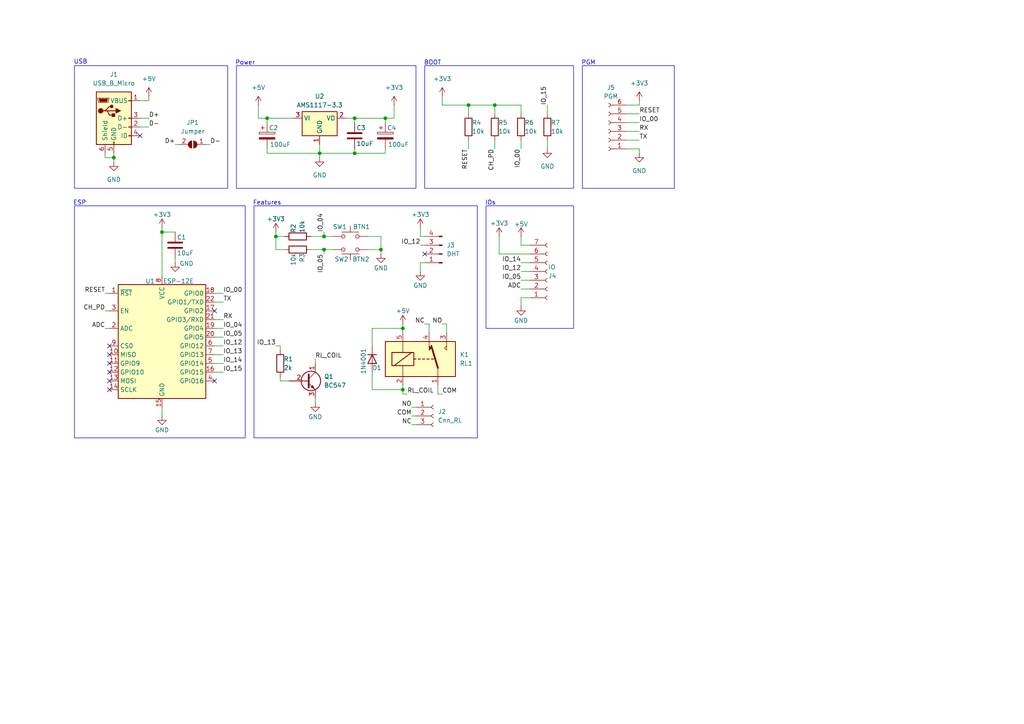
<source format=kicad_sch>
(kicad_sch (version 20231120) (generator "eeschema") (generator_version "8.0")
  (paper "A4")
  (lib_symbols
    (symbol "Connector:Conn_01x03_Socket" (pin_names (offset 1.016) hide)
      (property "Reference" "J" (at 0 5.08 0))
      (property "Value" "Conn_01x03_Socket" (at 0 -5.08 0))
      (symbol "Conn_01x03_Socket_1_1"
        (arc (start 0 -2.032) (mid -0.5058 -2.54) (end 0 -3.048) (stroke (width 0.1524)))
        (polyline (pts (xy -1.27 -2.54) (xy -0.508 -2.54)) (stroke (width 0.1524)))
        (polyline (pts (xy -1.27 0) (xy -0.508 0)) (stroke (width 0.1524)))
        (polyline (pts (xy -1.27 2.54) (xy -0.508 2.54)) (stroke (width 0.1524)))
        (arc (start 0 0.508) (mid -0.5058 0) (end 0 -0.508) (stroke (width 0.1524)))
        (arc (start 0 3.048) (mid -0.5058 2.54) (end 0 2.032) (stroke (width 0.1524)))
        (pin passive line (at -5.08 2.54 0) (length 3.81) (name "Pin_1") (number "1"))
        (pin passive line (at -5.08 0 0) (length 3.81) (name "Pin_2") (number "2"))
        (pin passive line (at -5.08 -2.54 0) (length 3.81) (name "Pin_3") (number "3"))
      )
    )
    (symbol "Connector:Conn_01x04_Pin" (pin_names (offset 1.016) hide)
      (property "Reference" "J" (at 0 5.08 0))
      (property "Value" "Conn_01x04_Pin" (at 0 -7.62 0))
      (symbol "Conn_01x04_Pin_1_1"
        (polyline (pts (xy 1.27 -5.08) (xy 0.8636 -5.08)) (stroke (width 0.1524)))
        (polyline (pts (xy 1.27 -2.54) (xy 0.8636 -2.54)) (stroke (width 0.1524)))
        (polyline (pts (xy 1.27 0) (xy 0.8636 0)) (stroke (width 0.1524)))
        (polyline (pts (xy 1.27 2.54) (xy 0.8636 2.54)) (stroke (width 0.1524)))
        (rectangle (start 0.8636 -4.953) (end 0 -5.207) (stroke (width 0.1524)) (fill (type outline)))
        (rectangle (start 0.8636 -2.413) (end 0 -2.667) (stroke (width 0.1524)) (fill (type outline)))
        (rectangle (start 0.8636 0.127) (end 0 -0.127) (stroke (width 0.1524)) (fill (type outline)))
        (rectangle (start 0.8636 2.667) (end 0 2.413) (stroke (width 0.1524)) (fill (type outline)))
        (pin passive line (at 5.08 2.54 180) (length 3.81) (name "Pin_1") (number "1"))
        (pin passive line (at 5.08 0 180) (length 3.81) (name "Pin_2") (number "2"))
        (pin passive line (at 5.08 -2.54 180) (length 3.81) (name "Pin_3") (number "3"))
        (pin passive line (at 5.08 -5.08 180) (length 3.81) (name "Pin_4") (number "4"))
      )
    )
    (symbol "Connector:Conn_01x06_Socket" (pin_names (offset 1.016) hide)
      (property "Reference" "J" (at 0 7.62 0))
      (property "Value" "Conn_01x06_Socket" (at 0 -10.16 0))
      (symbol "Conn_01x06_Socket_1_1"
        (arc (start 0 -7.112) (mid -0.5058 -7.62) (end 0 -8.128) (stroke (width 0.1524)))
        (arc (start 0 -4.572) (mid -0.5058 -5.08) (end 0 -5.588) (stroke (width 0.1524)))
        (arc (start 0 -2.032) (mid -0.5058 -2.54) (end 0 -3.048) (stroke (width 0.1524)))
        (polyline (pts (xy -1.27 -7.62) (xy -0.508 -7.62)) (stroke (width 0.1524)))
        (polyline (pts (xy -1.27 -5.08) (xy -0.508 -5.08)) (stroke (width 0.1524)))
        (polyline (pts (xy -1.27 -2.54) (xy -0.508 -2.54)) (stroke (width 0.1524)))
        (polyline (pts (xy -1.27 0) (xy -0.508 0)) (stroke (width 0.1524)))
        (polyline (pts (xy -1.27 2.54) (xy -0.508 2.54)) (stroke (width 0.1524)))
        (polyline (pts (xy -1.27 5.08) (xy -0.508 5.08)) (stroke (width 0.1524)))
        (arc (start 0 0.508) (mid -0.5058 0) (end 0 -0.508) (stroke (width 0.1524)))
        (arc (start 0 3.048) (mid -0.5058 2.54) (end 0 2.032) (stroke (width 0.1524)))
        (arc (start 0 5.588) (mid -0.5058 5.08) (end 0 4.572) (stroke (width 0.1524)))
        (pin passive line (at -5.08 5.08 0) (length 3.81) (name "Pin_1") (number "1"))
        (pin passive line (at -5.08 2.54 0) (length 3.81) (name "Pin_2") (number "2"))
        (pin passive line (at -5.08 0 0) (length 3.81) (name "Pin_3") (number "3"))
        (pin passive line (at -5.08 -2.54 0) (length 3.81) (name "Pin_4") (number "4"))
        (pin passive line (at -5.08 -5.08 0) (length 3.81) (name "Pin_5") (number "5"))
        (pin passive line (at -5.08 -7.62 0) (length 3.81) (name "Pin_6") (number "6"))
      )
    )
    (symbol "Connector:Conn_01x07_Socket" (pin_names (offset 1.016) hide)
      (property "Reference" "J" (at 0 10.16 0))
      (property "Value" "Conn_01x07_Socket" (at 0 -10.16 0))
      (symbol "Conn_01x07_Socket_1_1"
        (arc (start 0 -7.112) (mid -0.5058 -7.62) (end 0 -8.128) (stroke (width 0.1524)))
        (arc (start 0 -4.572) (mid -0.5058 -5.08) (end 0 -5.588) (stroke (width 0.1524)))
        (arc (start 0 -2.032) (mid -0.5058 -2.54) (end 0 -3.048) (stroke (width 0.1524)))
        (polyline (pts (xy -1.27 -7.62) (xy -0.508 -7.62)) (stroke (width 0.1524)))
        (polyline (pts (xy -1.27 -5.08) (xy -0.508 -5.08)) (stroke (width 0.1524)))
        (polyline (pts (xy -1.27 -2.54) (xy -0.508 -2.54)) (stroke (width 0.1524)))
        (polyline (pts (xy -1.27 0) (xy -0.508 0)) (stroke (width 0.1524)))
        (polyline (pts (xy -1.27 2.54) (xy -0.508 2.54)) (stroke (width 0.1524)))
        (polyline (pts (xy -1.27 5.08) (xy -0.508 5.08)) (stroke (width 0.1524)))
        (polyline (pts (xy -1.27 7.62) (xy -0.508 7.62)) (stroke (width 0.1524)))
        (arc (start 0 0.508) (mid -0.5058 0) (end 0 -0.508) (stroke (width 0.1524)))
        (arc (start 0 3.048) (mid -0.5058 2.54) (end 0 2.032) (stroke (width 0.1524)))
        (arc (start 0 5.588) (mid -0.5058 5.08) (end 0 4.572) (stroke (width 0.1524)))
        (arc (start 0 8.128) (mid -0.5058 7.62) (end 0 7.112) (stroke (width 0.1524)))
        (pin passive line (at -5.08 7.62 0) (length 3.81) (name "Pin_1") (number "1"))
        (pin passive line (at -5.08 5.08 0) (length 3.81) (name "Pin_2") (number "2"))
        (pin passive line (at -5.08 2.54 0) (length 3.81) (name "Pin_3") (number "3"))
        (pin passive line (at -5.08 0 0) (length 3.81) (name "Pin_4") (number "4"))
        (pin passive line (at -5.08 -2.54 0) (length 3.81) (name "Pin_5") (number "5"))
        (pin passive line (at -5.08 -5.08 0) (length 3.81) (name "Pin_6") (number "6"))
        (pin passive line (at -5.08 -7.62 0) (length 3.81) (name "Pin_7") (number "7"))
      )
    )
    (symbol "Connector:USB_B_Micro" (pin_names (offset 1.016))
      (property "Reference" "J" (at -5.08 11.43 0))
      (property "Value" "USB_B_Micro" (at -5.08 8.89 0))
      (symbol "USB_B_Micro_0_1"
        (rectangle (start -5.08 -7.62) (end 5.08 7.62) (stroke (width 0.254)) (fill (type background)))
        (circle (center -3.81 2.159) (radius 0.635) (stroke (width 0.254)) (fill (type outline)))
        (circle (center -0.635 3.429) (radius 0.381) (stroke (width 0.254)) (fill (type outline)))
        (rectangle (start -0.127 -7.62) (end 0.127 -6.858))
        (polyline (pts (xy -1.905 2.159) (xy 0.635 2.159)) (stroke (width 0.254)))
        (polyline (pts (xy -3.175 2.159) (xy -2.54 2.159) (xy -1.27 3.429) (xy -0.635 3.429)) (stroke (width 0.254)))
        (polyline (pts (xy -2.54 2.159) (xy -1.905 2.159) (xy -1.27 0.889) (xy 0 0.889)) (stroke (width 0.254)))
        (polyline (pts (xy 0.635 2.794) (xy 0.635 1.524) (xy 1.905 2.159) (xy 0.635 2.794)) (stroke (width 0.254)) (fill (type outline)))
        (polyline (pts (xy -4.318 5.588) (xy -1.778 5.588) (xy -2.032 4.826) (xy -4.064 4.826) (xy -4.318 5.588)) (fill (type outline)))
        (polyline (pts (xy -4.699 5.842) (xy -4.699 5.588) (xy -4.445 4.826) (xy -4.445 4.572) (xy -1.651 4.572) (xy -1.651 4.826) (xy -1.397 5.588) (xy -1.397 5.842) (xy -4.699 5.842)))
        (rectangle (start 0.254 1.27) (end -0.508 0.508) (stroke (width 0.254)) (fill (type outline)))
        (rectangle (start 5.08 -5.207) (end 4.318 -4.953))
        (rectangle (start 5.08 -2.667) (end 4.318 -2.413))
        (rectangle (start 5.08 -0.127) (end 4.318 0.127))
        (rectangle (start 5.08 4.953) (end 4.318 5.207))
      )
      (symbol "USB_B_Micro_1_1"
        (pin power_out line (at 7.62 5.08 180) (length 2.54) (name "VBUS") (number "1"))
        (pin bidirectional line (at 7.62 -2.54 180) (length 2.54) (name "D-") (number "2"))
        (pin bidirectional line (at 7.62 0 180) (length 2.54) (name "D+") (number "3"))
        (pin passive line (at 7.62 -5.08 180) (length 2.54) (name "ID") (number "4"))
        (pin power_out line (at 0 -10.16 90) (length 2.54) (name "GND") (number "5"))
        (pin passive line (at -2.54 -10.16 90) (length 2.54) (name "Shield") (number "6"))
      )
    )
    (symbol "Device:C" (pin_numbers hide) (pin_names (offset 0.254))
      (property "Reference" "C" (at 0.635 2.54 0))
      (property "Value" "C" (at 0.635 -2.54 0))
      (symbol "C_0_1"
        (polyline (pts (xy -2.032 -0.762) (xy 2.032 -0.762)) (stroke (width 0.508)))
        (polyline (pts (xy -2.032 0.762) (xy 2.032 0.762)) (stroke (width 0.508)))
      )
      (symbol "C_1_1"
        (pin passive line (at 0 3.81 270) (length 2.794) (name "~") (number "1"))
        (pin passive line (at 0 -3.81 90) (length 2.794) (name "~") (number "2"))
      )
    )
    (symbol "Device:C_Polarized" (pin_numbers hide) (pin_names (offset 0.254))
      (property "Reference" "C" (at 0.635 2.54 0))
      (property "Value" "C_Polarized" (at 0.635 -2.54 0))
      (symbol "C_Polarized_0_1"
        (rectangle (start -2.286 0.508) (end 2.286 1.016))
        (polyline (pts (xy -1.778 2.286) (xy -0.762 2.286)))
        (polyline (pts (xy -1.27 2.794) (xy -1.27 1.778)))
        (rectangle (start 2.286 -0.508) (end -2.286 -1.016) (fill (type outline)))
      )
      (symbol "C_Polarized_1_1"
        (pin passive line (at 0 3.81 270) (length 2.794) (name "~") (number "1"))
        (pin passive line (at 0 -3.81 90) (length 2.794) (name "~") (number "2"))
      )
    )
    (symbol "Device:Q_NPN_CBE" (pin_names (offset 0) hide)
      (property "Reference" "Q" (at 5.08 1.27 0))
      (property "Value" "Q_NPN_CBE" (at 5.08 -1.27 0))
      (symbol "Q_NPN_CBE_0_1"
        (polyline (pts (xy 0.635 0.635) (xy 2.54 2.54)))
        (polyline (pts (xy 0.635 -0.635) (xy 2.54 -2.54) (xy 2.54 -2.54)))
        (polyline (pts (xy 0.635 1.905) (xy 0.635 -1.905) (xy 0.635 -1.905)) (stroke (width 0.508)))
        (polyline (pts (xy 1.27 -1.778) (xy 1.778 -1.27) (xy 2.286 -2.286) (xy 1.27 -1.778) (xy 1.27 -1.778)) (fill (type outline)))
        (circle (center 1.27 0) (radius 2.8194) (stroke (width 0.254)))
      )
      (symbol "Q_NPN_CBE_1_1"
        (pin passive line (at 2.54 5.08 270) (length 2.54) (name "C") (number "1"))
        (pin input line (at -5.08 0 0) (length 5.715) (name "B") (number "2"))
        (pin passive line (at 2.54 -5.08 90) (length 2.54) (name "E") (number "3"))
      )
    )
    (symbol "Device:R" (pin_numbers hide) (pin_names (offset 0))
      (property "Reference" "R" (at 2.032 0 90))
      (property "Value" "R" (at 0 0 90))
      (symbol "R_0_1"
        (rectangle (start -1.016 -2.54) (end 1.016 2.54) (stroke (width 0.254)))
      )
      (symbol "R_1_1"
        (pin passive line (at 0 3.81 270) (length 1.27) (name "~") (number "1"))
        (pin passive line (at 0 -3.81 90) (length 1.27) (name "~") (number "2"))
      )
    )
    (symbol "Diode:1N4001" (pin_numbers hide) (pin_names hide)
      (property "Reference" "D" (at 0 2.54 0))
      (property "Value" "1N4001" (at 0 -2.54 0))
      (symbol "1N4001_0_1"
        (polyline (pts (xy -1.27 1.27) (xy -1.27 -1.27)) (stroke (width 0.254)))
        (polyline (pts (xy 1.27 0) (xy -1.27 0)))
        (polyline (pts (xy 1.27 1.27) (xy 1.27 -1.27) (xy -1.27 0) (xy 1.27 1.27)) (stroke (width 0.254)))
      )
      (symbol "1N4001_1_1"
        (pin passive line (at -3.81 0 0) (length 2.54) (name "K") (number "1"))
        (pin passive line (at 3.81 0 180) (length 2.54) (name "A") (number "2"))
      )
    )
    (symbol "Jumper:SolderJumper_2_Open" (pin_names (offset 0) hide)
      (property "Reference" "JP" (at 0 2.032 0))
      (property "Value" "SolderJumper_2_Open" (at 0 -2.54 0))
      (symbol "SolderJumper_2_Open_0_1"
        (arc (start -0.254 1.016) (mid -1.2656 0) (end -0.254 -1.016))
        (arc (start -0.254 1.016) (mid -1.2656 0) (end -0.254 -1.016) (fill (type outline)))
        (polyline (pts (xy -0.254 1.016) (xy -0.254 -1.016)))
        (polyline (pts (xy 0.254 1.016) (xy 0.254 -1.016)))
        (arc (start 0.254 -1.016) (mid 1.2656 0) (end 0.254 1.016))
        (arc (start 0.254 -1.016) (mid 1.2656 0) (end 0.254 1.016) (fill (type outline)))
      )
      (symbol "SolderJumper_2_Open_1_1"
        (pin passive line (at -3.81 0 0) (length 2.54) (name "A") (number "1"))
        (pin passive line (at 3.81 0 180) (length 2.54) (name "B") (number "2"))
      )
    )
    (symbol "RF_Module:ESP-12E"
      (property "Reference" "U" (at -12.7 19.05 0))
      (property "Value" "ESP-12E" (at 12.7 19.05 0))
      (symbol "ESP-12E_0_1"
        (rectangle (start -12.7 17.78) (end 12.7 -15.24) (stroke (width 0.254)) (fill (type background)))
      )
      (symbol "ESP-12E_1_1"
        (pin input line (at -15.24 15.24 0) (length 2.54) (name "~{RST}") (number "1"))
        (pin bidirectional line (at -15.24 -2.54 0) (length 2.54) (name "MISO") (number "10"))
        (pin bidirectional line (at -15.24 -5.08 0) (length 2.54) (name "GPIO9") (number "11"))
        (pin bidirectional line (at -15.24 -7.62 0) (length 2.54) (name "GPIO10") (number "12"))
        (pin bidirectional line (at -15.24 -10.16 0) (length 2.54) (name "MOSI") (number "13"))
        (pin bidirectional line (at -15.24 -12.7 0) (length 2.54) (name "SCLK") (number "14"))
        (pin power_in line (at 0 -17.78 90) (length 2.54) (name "GND") (number "15"))
        (pin bidirectional line (at 15.24 -7.62 180) (length 2.54) (name "GPIO15") (number "16"))
        (pin bidirectional line (at 15.24 10.16 180) (length 2.54) (name "GPIO2") (number "17"))
        (pin bidirectional line (at 15.24 15.24 180) (length 2.54) (name "GPIO0") (number "18"))
        (pin bidirectional line (at 15.24 5.08 180) (length 2.54) (name "GPIO4") (number "19"))
        (pin input line (at -15.24 5.08 0) (length 2.54) (name "ADC") (number "2"))
        (pin bidirectional line (at 15.24 2.54 180) (length 2.54) (name "GPIO5") (number "20"))
        (pin bidirectional line (at 15.24 7.62 180) (length 2.54) (name "GPIO3/RXD") (number "21"))
        (pin bidirectional line (at 15.24 12.7 180) (length 2.54) (name "GPIO1/TXD") (number "22"))
        (pin input line (at -15.24 10.16 0) (length 2.54) (name "EN") (number "3"))
        (pin bidirectional line (at 15.24 -10.16 180) (length 2.54) (name "GPIO16") (number "4"))
        (pin bidirectional line (at 15.24 -5.08 180) (length 2.54) (name "GPIO14") (number "5"))
        (pin bidirectional line (at 15.24 0 180) (length 2.54) (name "GPIO12") (number "6"))
        (pin bidirectional line (at 15.24 -2.54 180) (length 2.54) (name "GPIO13") (number "7"))
        (pin power_in line (at 0 20.32 270) (length 2.54) (name "VCC") (number "8"))
        (pin input line (at -15.24 0 0) (length 2.54) (name "CS0") (number "9"))
      )
    )
    (symbol "Regulator_Linear:AMS1117-3.3"
      (property "Reference" "U" (at -3.81 3.175 0))
      (property "Value" "AMS1117-3.3" (at 0 3.175 0))
      (symbol "AMS1117-3.3_0_1"
        (rectangle (start -5.08 -5.08) (end 5.08 1.905) (stroke (width 0.254)) (fill (type background)))
      )
      (symbol "AMS1117-3.3_1_1"
        (pin power_in line (at 0 -7.62 90) (length 2.54) (name "GND") (number "1"))
        (pin power_out line (at 7.62 0 180) (length 2.54) (name "VO") (number "2"))
        (pin power_in line (at -7.62 0 0) (length 2.54) (name "VI") (number "3"))
      )
    )
    (symbol "Relay:SANYOU_SRD_Form_C"
      (property "Reference" "K" (at 11.43 3.81 0))
      (property "Value" "SANYOU_SRD_Form_C" (at 11.43 1.27 0))
      (symbol "SANYOU_SRD_Form_C_0_0"
        (polyline (pts (xy 7.62 5.08) (xy 7.62 2.54) (xy 6.985 3.175) (xy 7.62 3.81)))
      )
      (symbol "SANYOU_SRD_Form_C_0_1"
        (rectangle (start -10.16 5.08) (end 10.16 -5.08) (stroke (width 0.254)) (fill (type background)))
        (rectangle (start -8.255 1.905) (end -1.905 -1.905) (stroke (width 0.254)))
        (polyline (pts (xy -7.62 -1.905) (xy -2.54 1.905)) (stroke (width 0.254)))
        (polyline (pts (xy -5.08 -5.08) (xy -5.08 -1.905)))
        (polyline (pts (xy -5.08 5.08) (xy -5.08 1.905)))
        (polyline (pts (xy -1.905 0) (xy -1.27 0)) (stroke (width 0.254)))
        (polyline (pts (xy -0.635 0) (xy 0 0)) (stroke (width 0.254)))
        (polyline (pts (xy 0.635 0) (xy 1.27 0)) (stroke (width 0.254)))
        (polyline (pts (xy 1.905 0) (xy 2.54 0)) (stroke (width 0.254)))
        (polyline (pts (xy 3.175 0) (xy 3.81 0)) (stroke (width 0.254)))
        (polyline (pts (xy 5.08 -2.54) (xy 3.175 3.81)) (stroke (width 0.508)))
        (polyline (pts (xy 5.08 -2.54) (xy 5.08 -5.08)))
      )
      (symbol "SANYOU_SRD_Form_C_1_1"
        (polyline (pts (xy 2.54 3.81) (xy 3.175 3.175) (xy 2.54 2.54) (xy 2.54 5.08)) (fill (type outline)))
        (pin passive line (at 5.08 -7.62 90) (length 2.54) (name "~") (number "1"))
        (pin passive line (at -5.08 -7.62 90) (length 2.54) (name "~") (number "2"))
        (pin passive line (at 7.62 7.62 270) (length 2.54) (name "~") (number "3"))
        (pin passive line (at 2.54 7.62 270) (length 2.54) (name "~") (number "4"))
        (pin passive line (at -5.08 7.62 270) (length 2.54) (name "~") (number "5"))
      )
    )
    (symbol "Switch:SW_Push" (pin_numbers hide) (pin_names (offset 1.016) hide)
      (property "Reference" "SW" (at 1.27 2.54 0))
      (property "Value" "SW_Push" (at 0 -1.524 0))
      (symbol "SW_Push_0_1"
        (circle (center -2.032 0) (radius 0.508))
        (polyline (pts (xy 0 1.27) (xy 0 3.048)))
        (polyline (pts (xy 2.54 1.27) (xy -2.54 1.27)))
        (circle (center 2.032 0) (radius 0.508))
        (pin passive line (at -5.08 0 0) (length 2.54) (name "1") (number "1"))
        (pin passive line (at 5.08 0 180) (length 2.54) (name "2") (number "2"))
      )
    )
    (symbol "power:+5V" (power) (pin_numbers hide) (pin_names (offset 0) hide)
      (property "Value" "+5V" (at 0 3.556 0))
      (symbol "+5V_0_1"
        (polyline (pts (xy -0.762 1.27) (xy 0 2.54)))
        (polyline (pts (xy 0 0) (xy 0 2.54)))
        (polyline (pts (xy 0 2.54) (xy 0.762 1.27)))
      )
      (symbol "+5V_1_1"
        (pin power_in line (at 0 0 90) (length 0) (name "~") (number "1"))
      )
    )
    (symbol "power:GND" (power) (pin_numbers hide) (pin_names (offset 0) hide)
      (property "Value" "GND" (at 0 -3.81 0))
      (symbol "GND_0_1"
        (polyline (pts (xy 0 0) (xy 0 -1.27) (xy 1.27 -1.27) (xy 0 -2.54) (xy -1.27 -1.27) (xy 0 -1.27)))
      )
      (symbol "GND_1_1"
        (pin power_in line (at 0 0 270) (length 0) (name "~") (number "1"))
      )
    )
  )
  (junction (at 46.99 67.31))
  (junction (at 110.49 72.39))
  (junction (at 102.87 34.29))
  (junction (at 143.51 30.48))
  (junction (at 33.02 45.72))
  (junction (at 77.47 34.29))
  (junction (at 116.84 95.25))
  (junction (at 93.98 72.39))
  (junction (at 92.71 44.45))
  (junction (at 135.89 30.48))
  (junction (at 93.98 68.58))
  (junction (at 80.01 68.58))
  (junction (at 111.76 34.29))
  (junction (at 102.87 44.45))
  (junction (at 116.84 113.03))
  (no_connect (at 31.75 107.95))
  (no_connect (at 40.64 39.37))
  (no_connect (at 31.75 105.41))
  (no_connect (at 31.75 102.87))
  (no_connect (at 31.75 110.49))
  (no_connect (at 31.75 100.33))
  (no_connect (at 62.23 110.49))
  (no_connect (at 123.19 73.66))
  (no_connect (at 62.23 90.17))
  (no_connect (at 31.75 113.03))
  (wire (pts (xy 110.49 72.39) (xy 110.49 73.66)))
  (wire (pts (xy 40.64 36.83) (xy 43.18 36.83)))
  (wire (pts (xy 80.01 68.58) (xy 82.55 68.58)))
  (wire (pts (xy 111.76 44.45) (xy 102.87 44.45)))
  (wire (pts (xy 116.84 93.98) (xy 116.84 95.25)))
  (wire (pts (xy 144.78 73.66) (xy 153.67 73.66)))
  (wire (pts (xy 93.98 67.31) (xy 93.98 68.58)))
  (wire (pts (xy 62.23 85.09) (xy 64.77 85.09)))
  (wire (pts (xy 80.01 67.31) (xy 80.01 68.58)))
  (wire (pts (xy 151.13 81.28) (xy 153.67 81.28)))
  (wire (pts (xy 129.54 93.98) (xy 129.54 96.52)))
  (wire (pts (xy 128.27 93.98) (xy 129.54 93.98)))
  (wire (pts (xy 121.92 78.74) (xy 121.92 76.2)))
  (wire (pts (xy 92.71 44.45) (xy 92.71 45.72)))
  (wire (pts (xy 80.01 72.39) (xy 80.01 68.58)))
  (wire (pts (xy 128.27 30.48) (xy 135.89 30.48)))
  (wire (pts (xy 181.61 33.02) (xy 185.42 33.02)))
  (wire (pts (xy 121.92 76.2) (xy 123.19 76.2)))
  (wire (pts (xy 62.23 95.25) (xy 64.77 95.25)))
  (wire (pts (xy 135.89 40.64) (xy 135.89 43.18)))
  (wire (pts (xy 107.95 95.25) (xy 116.84 95.25)))
  (wire (pts (xy 185.42 43.18) (xy 181.61 43.18)))
  (wire (pts (xy 102.87 34.29) (xy 102.87 35.56)))
  (wire (pts (xy 119.38 120.65) (xy 120.65 120.65)))
  (wire (pts (xy 46.99 66.04) (xy 46.99 67.31)))
  (wire (pts (xy 151.13 86.36) (xy 153.67 86.36)))
  (wire (pts (xy 151.13 88.9) (xy 151.13 86.36)))
  (wire (pts (xy 77.47 44.45) (xy 92.71 44.45)))
  (wire (pts (xy 121.92 68.58) (xy 123.19 68.58)))
  (wire (pts (xy 111.76 34.29) (xy 111.76 35.56)))
  (wire (pts (xy 158.75 40.64) (xy 158.75 43.18)))
  (wire (pts (xy 91.44 115.57) (xy 91.44 116.84)))
  (wire (pts (xy 82.55 72.39) (xy 80.01 72.39)))
  (wire (pts (xy 62.23 92.71) (xy 64.77 92.71)))
  (wire (pts (xy 151.13 68.58) (xy 151.13 71.12)))
  (wire (pts (xy 77.47 34.29) (xy 77.47 35.56)))
  (wire (pts (xy 43.18 29.21) (xy 40.64 29.21)))
  (wire (pts (xy 30.48 85.09) (xy 31.75 85.09)))
  (wire (pts (xy 30.48 95.25) (xy 31.75 95.25)))
  (wire (pts (xy 62.23 105.41) (xy 64.77 105.41)))
  (wire (pts (xy 46.99 118.11) (xy 46.99 120.65)))
  (wire (pts (xy 181.61 35.56) (xy 185.42 35.56)))
  (wire (pts (xy 116.84 95.25) (xy 116.84 96.52)))
  (wire (pts (xy 62.23 107.95) (xy 64.77 107.95)))
  (wire (pts (xy 74.93 34.29) (xy 77.47 34.29)))
  (wire (pts (xy 151.13 71.12) (xy 153.67 71.12)))
  (wire (pts (xy 135.89 30.48) (xy 143.51 30.48)))
  (wire (pts (xy 143.51 30.48) (xy 151.13 30.48)))
  (wire (pts (xy 81.28 110.49) (xy 83.82 110.49)))
  (wire (pts (xy 181.61 40.64) (xy 185.42 40.64)))
  (wire (pts (xy 158.75 30.48) (xy 158.75 33.02)))
  (wire (pts (xy 116.84 111.76) (xy 116.84 113.03)))
  (wire (pts (xy 81.28 100.33) (xy 81.28 101.6)))
  (wire (pts (xy 106.68 68.58) (xy 110.49 68.58)))
  (wire (pts (xy 50.8 67.31) (xy 46.99 67.31)))
  (wire (pts (xy 111.76 34.29) (xy 102.87 34.29)))
  (wire (pts (xy 185.42 29.21) (xy 185.42 30.48)))
  (wire (pts (xy 185.42 30.48) (xy 181.61 30.48)))
  (wire (pts (xy 135.89 30.48) (xy 135.89 33.02)))
  (wire (pts (xy 59.69 41.91) (xy 60.96 41.91)))
  (wire (pts (xy 106.68 72.39) (xy 110.49 72.39)))
  (wire (pts (xy 77.47 34.29) (xy 85.09 34.29)))
  (wire (pts (xy 107.95 113.03) (xy 116.84 113.03)))
  (wire (pts (xy 46.99 67.31) (xy 46.99 80.01)))
  (wire (pts (xy 90.17 72.39) (xy 93.98 72.39)))
  (wire (pts (xy 93.98 68.58) (xy 96.52 68.58)))
  (wire (pts (xy 127 114.3) (xy 128.27 114.3)))
  (wire (pts (xy 102.87 44.45) (xy 92.71 44.45)))
  (wire (pts (xy 30.48 45.72) (xy 33.02 45.72)))
  (wire (pts (xy 50.8 74.93) (xy 50.8 76.2)))
  (wire (pts (xy 62.23 100.33) (xy 64.77 100.33)))
  (wire (pts (xy 124.46 93.98) (xy 124.46 96.52)))
  (wire (pts (xy 121.92 66.04) (xy 121.92 68.58)))
  (wire (pts (xy 102.87 43.18) (xy 102.87 44.45)))
  (wire (pts (xy 93.98 72.39) (xy 96.52 72.39)))
  (wire (pts (xy 62.23 87.63) (xy 64.77 87.63)))
  (wire (pts (xy 30.48 90.17) (xy 31.75 90.17)))
  (wire (pts (xy 185.42 44.45) (xy 185.42 43.18)))
  (wire (pts (xy 114.3 30.48) (xy 114.3 34.29)))
  (wire (pts (xy 143.51 30.48) (xy 143.51 33.02)))
  (wire (pts (xy 77.47 43.18) (xy 77.47 44.45)))
  (wire (pts (xy 81.28 109.22) (xy 81.28 110.49)))
  (wire (pts (xy 107.95 100.33) (xy 107.95 95.25)))
  (wire (pts (xy 50.8 41.91) (xy 52.07 41.91)))
  (wire (pts (xy 151.13 83.82) (xy 153.67 83.82)))
  (wire (pts (xy 143.51 40.64) (xy 143.51 43.18)))
  (wire (pts (xy 151.13 76.2) (xy 153.67 76.2)))
  (wire (pts (xy 102.87 34.29) (xy 100.33 34.29)))
  (wire (pts (xy 107.95 107.95) (xy 107.95 113.03)))
  (wire (pts (xy 90.17 68.58) (xy 93.98 68.58)))
  (wire (pts (xy 80.01 100.33) (xy 81.28 100.33)))
  (wire (pts (xy 40.64 34.29) (xy 43.18 34.29)))
  (wire (pts (xy 33.02 44.45) (xy 33.02 45.72)))
  (wire (pts (xy 151.13 40.64) (xy 151.13 43.18)))
  (wire (pts (xy 43.18 27.94) (xy 43.18 29.21)))
  (wire (pts (xy 128.27 27.94) (xy 128.27 30.48)))
  (wire (pts (xy 110.49 68.58) (xy 110.49 72.39)))
  (wire (pts (xy 116.84 114.3) (xy 116.84 113.03)))
  (wire (pts (xy 123.19 93.98) (xy 124.46 93.98)))
  (wire (pts (xy 92.71 41.91) (xy 92.71 44.45)))
  (wire (pts (xy 121.92 71.12) (xy 123.19 71.12)))
  (wire (pts (xy 119.38 118.11) (xy 120.65 118.11)))
  (wire (pts (xy 91.44 104.14) (xy 91.44 105.41)))
  (wire (pts (xy 62.23 97.79) (xy 64.77 97.79)))
  (wire (pts (xy 116.84 114.3) (xy 118.11 114.3)))
  (wire (pts (xy 111.76 43.18) (xy 111.76 44.45)))
  (wire (pts (xy 33.02 45.72) (xy 33.02 46.99)))
  (wire (pts (xy 151.13 78.74) (xy 153.67 78.74)))
  (wire (pts (xy 144.78 68.58) (xy 144.78 73.66)))
  (wire (pts (xy 151.13 30.48) (xy 151.13 33.02)))
  (wire (pts (xy 114.3 34.29) (xy 111.76 34.29)))
  (wire (pts (xy 93.98 72.39) (xy 93.98 73.66)))
  (wire (pts (xy 62.23 102.87) (xy 64.77 102.87)))
  (wire (pts (xy 181.61 38.1) (xy 185.42 38.1)))
  (wire (pts (xy 127 111.76) (xy 127 114.3)))
  (wire (pts (xy 30.48 44.45) (xy 30.48 45.72)))
  (wire (pts (xy 119.38 123.19) (xy 120.65 123.19)))
  (wire (pts (xy 74.93 30.48) (xy 74.93 34.29)))
  (rectangle (start 140.97 59.69) (end 166.37 95.25))
  (rectangle (start 21.59 59.69) (end 71.12 127))
  (rectangle (start 21.59 19.05) (end 66.04 54.61))
  (rectangle (start 73.66 59.69) (end 138.43 127))
  (rectangle (start 168.91 19.05) (end 195.58 54.61))
  (rectangle (start 123.19 19.05) (end 166.37 54.61))
  (rectangle (start 68.58 19.05) (end 120.65 54.61))
  (text "USB" (at 23.368 18.034 0) (effects (font (size 1.27 1.27))))
  (text "BOOT" (at 125.476 18.288 0) (effects (font (size 1.27 1.27))))
  (text "IOs" (at 142.24 58.928 0) (effects (font (size 1.27 1.27))))
  (text "PGM" (at 170.688 18.288 0) (effects (font (size 1.27 1.27))))
  (text "Power" (at 71.12 18.288 0) (effects (font (size 1.27 1.27))))
  (text "Features" (at 77.47 58.928 0) (effects (font (size 1.27 1.27))))
  (text "ESP" (at 23.114 58.928 0) (effects (font (size 1.27 1.27))))
  (label "IO_04" (at 93.98 67.31 90))
  (label "RESET" (at 185.42 33.02 0))
  (label "RESET" (at 135.89 43.18 270))
  (label "COM" (at 119.38 120.65 180))
  (label "TX" (at 64.77 87.63 0))
  (label "IO_13" (at 64.77 102.87 0))
  (label "ADC" (at 30.48 95.25 180))
  (label "D+" (at 43.18 34.29 0))
  (label "COM" (at 128.27 114.3 0))
  (label "IO_15" (at 158.75 30.48 90))
  (label "IO_15" (at 64.77 107.95 0))
  (label "RL_COIL" (at 91.44 104.14 0))
  (label "IO_14" (at 64.77 105.41 0))
  (label "NC" (at 119.38 123.19 180))
  (label "NC" (at 123.19 93.98 180))
  (label "D-" (at 43.18 36.83 0))
  (label "NO" (at 119.38 118.11 180))
  (label "IO_05" (at 64.77 97.79 0))
  (label "IO_00" (at 64.77 85.09 0))
  (label "RL_COIL" (at 118.11 114.3 0))
  (label "IO_12" (at 121.92 71.12 180))
  (label "RX" (at 185.42 38.1 0))
  (label "IO_14" (at 151.13 76.2 180))
  (label "IO_12" (at 151.13 78.74 180))
  (label "RESET" (at 30.48 85.09 180))
  (label "IO_13" (at 80.01 100.33 180))
  (label "D+" (at 50.8 41.91 180))
  (label "IO_12" (at 64.77 100.33 0))
  (label "ADC" (at 151.13 83.82 180))
  (label "NO" (at 128.27 93.98 180))
  (label "IO_05" (at 93.98 73.66 270))
  (label "CH_PD" (at 143.51 43.18 270))
  (label "RX" (at 64.77 92.71 0))
  (label "D-" (at 60.96 41.91 0))
  (label "IO_00" (at 185.42 35.56 0))
  (label "IO_04" (at 64.77 95.25 0))
  (label "IO_05" (at 151.13 81.28 180))
  (label "TX" (at 185.42 40.64 0))
  (label "IO_00" (at 151.13 43.18 270))
  (label "CH_PD" (at 30.48 90.17 180))
  (symbol (lib_id "Switch:SW_Push") (at 101.6 68.58 0) (unit 1)
    (property "Reference" "SW1" (at 96.52 65.786 0) (effects (justify left)))
    (property "Value" "BTN1" (at 102.362 65.786 0) (effects (justify left)))
    (property "Footprint" "Button_Switch_THT:SW_PUSH_6mm" (effects (hide yes)))
    (property "Description" "Push button switch, generic, two pins" (effects (hide yes)))
  )
  (symbol (lib_id "power:GND") (at 121.92 78.74 0) (unit 1)
    (property "Reference" "#PWR014" (effects (hide yes)))
    (property "Value" "GND" (at 121.92 82.804 0))
    (property "Description" "Power symbol creates a global label with name \"GND\" , ground" (effects (hide yes)))
  )
  (symbol (lib_id "power:+5V") (at 46.99 66.04 0) (unit 1)
    (property "Reference" "#PWR03" (effects (hide yes)))
    (property "Value" "+3V3" (at 46.99 62.23 0))
    (property "Description" "Power symbol creates a global label with name \"+5V\"" (effects (hide yes)))
  )
  (symbol (lib_id "Device:R") (at 151.13 36.83 0) (unit 1)
    (property "Reference" "R6" (at 152.146 35.56 0) (effects (justify left)))
    (property "Value" "10k" (at 152.146 38.1 0) (effects (justify left)))
    (property "Footprint" "Resistor_SMD:R_0805_2012Metric_Pad1.20x1.40mm_HandSolder" (effects (hide yes)))
    (property "Description" "Resistor" (effects (hide yes)))
  )
  (symbol (lib_id "power:+5V") (at 43.18 27.94 0) (unit 1)
    (property "Reference" "#PWR02" (effects (hide yes)))
    (property "Value" "+5V" (at 43.18 22.86 0))
    (property "Description" "Power symbol creates a global label with name \"+5V\"" (effects (hide yes)))
  )
  (symbol (lib_id "Device:R") (at 158.75 36.83 0) (unit 1)
    (property "Reference" "R7" (at 159.766 35.56 0) (effects (justify left)))
    (property "Value" "10k" (at 159.766 38.1 0) (effects (justify left)))
    (property "Footprint" "Resistor_SMD:R_0805_2012Metric_Pad1.20x1.40mm_HandSolder" (effects (hide yes)))
    (property "Description" "Resistor" (effects (hide yes)))
  )
  (symbol (lib_id "power:GND") (at 185.42 44.45 0) (unit 1)
    (property "Reference" "#PWR021" (effects (hide yes)))
    (property "Value" "GND" (at 185.42 49.53 0))
    (property "Description" "Power symbol creates a global label with name \"GND\" , ground" (effects (hide yes)))
  )
  (symbol (lib_id "power:GND") (at 110.49 73.66 0) (unit 1)
    (property "Reference" "#PWR010" (effects (hide yes)))
    (property "Value" "GND" (at 110.49 77.724 0))
    (property "Description" "Power symbol creates a global label with name \"GND\" , ground" (effects (hide yes)))
  )
  (symbol (lib_id "Connector:Conn_01x07_Socket") (at 158.75 78.74 0) (mirror x) (unit 1)
    (property "Reference" "J4" (at 159.004 80.01 0) (effects (justify left)))
    (property "Value" "IO" (at 159.004 77.47 0) (effects (justify left)))
    (property "Footprint" "Connector_PinHeader_2.54mm:PinHeader_1x07_P2.54mm_Vertical" (effects (hide yes)))
    (property "Description" "Generic connector, single row, 01x07, script generated" (effects (hide yes)))
  )
  (symbol (lib_id "power:+5V") (at 121.92 66.04 0) (unit 1)
    (property "Reference" "#PWR013" (effects (hide yes)))
    (property "Value" "+3V3" (at 121.92 62.23 0))
    (property "Description" "Power symbol creates a global label with name \"+5V\"" (effects (hide yes)))
  )
  (symbol (lib_id "Diode:1N4001") (at 107.95 104.14 270) (unit 1)
    (property "Reference" "D1" (at 107.95 106.68 90) (effects (justify left)))
    (property "Value" "1N4001" (at 105.41 100.965 0) (effects (justify left)))
    (property "Footprint" "Diode_SMD:D_SMA_Handsoldering" (effects (hide yes)))
    (property "Datasheet" "http://www.vishay.com/docs/88503/1n4001.pdf" (effects (hide yes)))
  )
  (symbol (lib_id "Connector:USB_B_Micro") (at 33.02 34.29 0) (unit 1)
    (property "Reference" "J1" (at 33.02 21.59 0))
    (property "Value" "USB_B_Micro" (at 33.02 24.13 0))
    (property "Footprint" "Connector_USB:USB_Micro-B_GCT_USB3076-30-A" (effects (hide yes)))
    (property "Description" "USB Micro Type B connector" (effects (hide yes)))
  )
  (symbol (lib_id "Device:R") (at 135.89 36.83 0) (unit 1)
    (property "Reference" "R4" (at 136.906 35.56 0) (effects (justify left)))
    (property "Value" "10k" (at 136.906 38.1 0) (effects (justify left)))
    (property "Footprint" "Resistor_SMD:R_0805_2012Metric_Pad1.20x1.40mm_HandSolder" (effects (hide yes)))
    (property "Description" "Resistor" (effects (hide yes)))
  )
  (symbol (lib_id "power:GND") (at 158.75 43.18 0) (unit 1)
    (property "Reference" "#PWR019" (effects (hide yes)))
    (property "Value" "GND" (at 158.75 48.26 0))
    (property "Description" "Power symbol creates a global label with name \"GND\" , ground" (effects (hide yes)))
  )
  (symbol (lib_id "RF_Module:ESP-12E") (at 46.99 100.33 0) (unit 1)
    (property "Reference" "U1" (at 42.164 81.534 0) (effects (justify left)))
    (property "Value" "ESP-12E" (at 47.244 81.534 0) (effects (justify left)))
    (property "Footprint" "RF_Module:ESP-12E" (effects (hide yes)))
    (property "Datasheet" "http://wiki.ai-thinker.com/_media/esp8266/esp8266_series_modules_user_manual_v1.1.pdf" (effects (hide yes)))
    (property "Description" "802.11 b/g/n Wi-Fi Module" (effects (hide yes)))
  )
  (symbol (lib_id "power:+5V") (at 114.3 30.48 0) (unit 1)
    (property "Reference" "#PWR011" (effects (hide yes)))
    (property "Value" "+3V3" (at 114.3 25.4 0))
    (property "Description" "Power symbol creates a global label with name \"+5V\"" (effects (hide yes)))
  )
  (symbol (lib_id "power:+5V") (at 144.78 68.58 0) (unit 1)
    (property "Reference" "#PWR016" (effects (hide yes)))
    (property "Value" "+3V3" (at 144.78 64.77 0))
    (property "Description" "Power symbol creates a global label with name \"+5V\"" (effects (hide yes)))
  )
  (symbol (lib_id "Device:C_Polarized") (at 111.76 39.37 0) (unit 1)
    (property "Reference" "C4" (at 112.268 37.084 0) (effects (justify left)))
    (property "Value" "100uF" (at 112.522 41.91 0) (effects (justify left)))
    (property "Footprint" "Capacitor_THT:CP_Radial_D5.0mm_P2.50mm" (effects (hide yes)))
    (property "Description" "Polarized capacitor" (effects (hide yes)))
  )
  (symbol (lib_id "Device:C") (at 50.8 71.12 0) (unit 1)
    (property "Reference" "C1" (at 51.308 68.834 0) (effects (justify left)))
    (property "Value" "10uF" (at 51.308 73.406 0) (effects (justify left)))
    (property "Footprint" "Capacitor_SMD:C_0805_2012Metric_Pad1.18x1.45mm_HandSolder" (effects (hide yes)))
    (property "Description" "Unpolarized capacitor" (effects (hide yes)))
  )
  (symbol (lib_id "Connector:Conn_01x06_Socket") (at 176.53 38.1 180) (unit 1)
    (property "Reference" "J5" (at 177.165 25.4 0))
    (property "Value" "PGM" (at 177.165 27.94 0))
    (property "Footprint" "Connector_PinHeader_2.54mm:PinHeader_1x06_P2.54mm_Vertical" (effects (hide yes)))
    (property "Description" "Generic connector, single row, 01x06, script generated" (effects (hide yes)))
  )
  (symbol (lib_id "power:GND") (at 50.8 76.2 0) (unit 1)
    (property "Reference" "#PWR05" (effects (hide yes)))
    (property "Value" "GND" (at 54.102 76.454 0))
    (property "Description" "Power symbol creates a global label with name \"GND\" , ground" (effects (hide yes)))
  )
  (symbol (lib_id "Switch:SW_Push") (at 101.6 72.39 180) (unit 1)
    (property "Reference" "SW2" (at 101.092 75.184 0) (effects (justify left)))
    (property "Value" "BTN2" (at 107.188 75.184 0) (effects (justify left)))
    (property "Footprint" "Button_Switch_THT:SW_PUSH_6mm" (effects (hide yes)))
    (property "Description" "Push button switch, generic, two pins" (effects (hide yes)))
  )
  (symbol (lib_id "Connector:Conn_01x03_Socket") (at 125.73 120.65 0) (unit 1)
    (property "Reference" "J2" (at 127 119.3799 0) (effects (justify left)))
    (property "Value" "Cnn_RL" (at 127 121.9199 0) (effects (justify left)))
    (property "Footprint" "TerminalBlock:TerminalBlock_bornier-3_P5.08mm" (effects (hide yes)))
    (property "Description" "Generic connector, single row, 01x03, script generated" (effects (hide yes)))
  )
  (symbol (lib_id "power:+5V") (at 116.84 93.98 0) (unit 1)
    (property "Reference" "#PWR012" (effects (hide yes)))
    (property "Value" "+5V" (at 116.84 90.17 0))
    (property "Description" "Power symbol creates a global label with name \"+5V\"" (effects (hide yes)))
  )
  (symbol (lib_id "Device:R") (at 81.28 105.41 0) (unit 1)
    (property "Reference" "R1" (at 82.296 104.14 0) (effects (justify left)))
    (property "Value" "2k" (at 82.296 106.68 0) (effects (justify left)))
    (property "Footprint" "Resistor_SMD:R_0805_2012Metric_Pad1.20x1.40mm_HandSolder" (effects (hide yes)))
    (property "Description" "Resistor" (effects (hide yes)))
  )
  (symbol (lib_id "power:GND") (at 91.44 116.84 0) (unit 1)
    (property "Reference" "#PWR09" (effects (hide yes)))
    (property "Value" "GND" (at 91.44 120.904 0))
    (property "Description" "Power symbol creates a global label with name \"GND\" , ground" (effects (hide yes)))
  )
  (symbol (lib_id "power:GND") (at 46.99 120.65 0) (unit 1)
    (property "Reference" "#PWR04" (effects (hide yes)))
    (property "Value" "GND" (at 46.99 124.714 0))
    (property "Description" "Power symbol creates a global label with name \"GND\" , ground" (effects (hide yes)))
  )
  (symbol (lib_id "power:GND") (at 92.71 45.72 0) (unit 1)
    (property "Reference" "#PWR08" (effects (hide yes)))
    (property "Value" "GND" (at 92.71 50.8 0))
    (property "Description" "Power symbol creates a global label with name \"GND\" , ground" (effects (hide yes)))
  )
  (symbol (lib_id "Device:R") (at 86.36 72.39 270) (unit 1)
    (property "Reference" "R3" (at 87.63 73.406 0) (effects (justify left)))
    (property "Value" "10k" (at 85.09 73.406 0) (effects (justify left)))
    (property "Footprint" "Resistor_SMD:R_0805_2012Metric_Pad1.20x1.40mm_HandSolder" (effects (hide yes)))
    (property "Description" "Resistor" (effects (hide yes)))
  )
  (symbol (lib_id "Device:C_Polarized") (at 77.47 39.37 0) (unit 1)
    (property "Reference" "C2" (at 77.978 37.084 0) (effects (justify left)))
    (property "Value" "100uF" (at 78.232 41.91 0) (effects (justify left)))
    (property "Footprint" "Capacitor_THT:CP_Radial_D5.0mm_P2.50mm" (effects (hide yes)))
    (property "Description" "Polarized capacitor" (effects (hide yes)))
  )
  (symbol (lib_id "power:+5V") (at 74.93 30.48 0) (unit 1)
    (property "Reference" "#PWR06" (effects (hide yes)))
    (property "Value" "+5V" (at 74.93 25.4 0))
    (property "Description" "Power symbol creates a global label with name \"+5V\"" (effects (hide yes)))
  )
  (symbol (lib_id "power:+5V") (at 185.42 29.21 0) (unit 1)
    (property "Reference" "#PWR020" (effects (hide yes)))
    (property "Value" "+3V3" (at 185.42 24.13 0))
    (property "Description" "Power symbol creates a global label with name \"+5V\"" (effects (hide yes)))
  )
  (symbol (lib_id "Regulator_Linear:AMS1117-3.3") (at 92.71 34.29 0) (unit 1)
    (property "Reference" "U2" (at 92.71 27.94 0))
    (property "Value" "AMS1117-3.3" (at 92.71 30.48 0))
    (property "Footprint" "Package_TO_SOT_SMD:SOT-223-3_TabPin2" (effects (hide yes)))
    (property "Datasheet" "http://www.advanced-monolithic.com/pdf/ds1117.pdf" (effects (hide yes)))
    (property "Description" "1A Low Dropout regulator, positive, 3.3V fixed output, SOT-223" (effects (hide yes)))
  )
  (symbol (lib_id "Device:C") (at 102.87 39.37 0) (unit 1)
    (property "Reference" "C3" (at 103.378 37.084 0) (effects (justify left)))
    (property "Value" "10uF" (at 103.378 41.656 0) (effects (justify left)))
    (property "Footprint" "Capacitor_SMD:C_0805_2012Metric_Pad1.18x1.45mm_HandSolder" (effects (hide yes)))
    (property "Description" "Unpolarized capacitor" (effects (hide yes)))
  )
  (symbol (lib_id "power:+5V") (at 151.13 68.58 0) (unit 1)
    (property "Reference" "#PWR017" (effects (hide yes)))
    (property "Value" "+5V" (at 151.13 65.024 0))
    (property "Description" "Power symbol creates a global label with name \"+5V\"" (effects (hide yes)))
  )
  (symbol (lib_id "Device:Q_NPN_CBE") (at 88.9 110.49 0) (unit 1)
    (property "Reference" "Q1" (at 93.98 109.2199 0) (effects (justify left)))
    (property "Value" "BC547" (at 93.98 111.7599 0) (effects (justify left)))
    (property "Footprint" "Package_TO_SOT_THT:TO-92_Inline" (effects (hide yes)))
    (property "Datasheet" "https://www.sparkfun.com/datasheets/Components/BC546.pdf" (effects (hide yes)))
    (property "Description" "NPN transistor, collector/base/emitter" (effects (hide yes)))
  )
  (symbol (lib_id "Connector:Conn_01x04_Pin") (at 128.27 73.66 180) (unit 1)
    (property "Reference" "J3" (at 129.54 71.1199 0) (effects (justify right)))
    (property "Value" "DHT" (at 129.54 73.6599 0) (effects (justify right)))
    (property "Footprint" "Connector_PinHeader_2.54mm:PinHeader_1x04_P2.54mm_Vertical" (effects (hide yes)))
    (property "Description" "Generic connector, single row, 01x04, script generated" (effects (hide yes)))
  )
  (symbol (lib_id "Device:R") (at 143.51 36.83 0) (unit 1)
    (property "Reference" "R5" (at 144.526 35.56 0) (effects (justify left)))
    (property "Value" "10k" (at 144.526 38.1 0) (effects (justify left)))
    (property "Footprint" "Resistor_SMD:R_0805_2012Metric_Pad1.20x1.40mm_HandSolder" (effects (hide yes)))
    (property "Description" "Resistor" (effects (hide yes)))
  )
  (symbol (lib_id "power:+5V") (at 80.01 67.31 0) (unit 1)
    (property "Reference" "#PWR07" (effects (hide yes)))
    (property "Value" "+3V3" (at 80.01 63.5 0))
    (property "Description" "Power symbol creates a global label with name \"+5V\"" (effects (hide yes)))
  )
  (symbol (lib_id "power:GND") (at 33.02 46.99 0) (unit 1)
    (property "Reference" "#PWR01" (effects (hide yes)))
    (property "Value" "GND" (at 33.02 52.07 0))
    (property "Description" "Power symbol creates a global label with name \"GND\" , ground" (effects (hide yes)))
  )
  (symbol (lib_id "Jumper:SolderJumper_2_Open") (at 55.88 41.91 180) (unit 1)
    (property "Reference" "JP1" (at 55.88 35.56 0))
    (property "Value" "Jumper" (at 55.88 38.1 0))
    (property "Footprint" "Jumper:SolderJumper-2_P1.3mm_Open_RoundedPad1.0x1.5mm" (effects (hide yes)))
    (property "Description" "Solder Jumper, 2-pole, open" (effects (hide yes)))
  )
  (symbol (lib_id "Device:R") (at 86.36 68.58 90) (unit 1)
    (property "Reference" "R2" (at 85.09 67.564 0) (effects (justify left)))
    (property "Value" "10k" (at 87.63 67.564 0) (effects (justify left)))
    (property "Footprint" "Resistor_SMD:R_0805_2012Metric_Pad1.20x1.40mm_HandSolder" (effects (hide yes)))
    (property "Description" "Resistor" (effects (hide yes)))
  )
  (symbol (lib_id "power:+5V") (at 128.27 27.94 0) (unit 1)
    (property "Reference" "#PWR015" (effects (hide yes)))
    (property "Value" "+3V3" (at 128.27 22.86 0))
    (property "Description" "Power symbol creates a global label with name \"+5V\"" (effects (hide yes)))
  )
  (symbol (lib_id "power:GND") (at 151.13 88.9 0) (unit 1)
    (property "Reference" "#PWR018" (effects (hide yes)))
    (property "Value" "GND" (at 151.13 92.964 0))
    (property "Description" "Power symbol creates a global label with name \"GND\" , ground" (effects (hide yes)))
  )
  (symbol (lib_id "Relay:SANYOU_SRD_Form_C") (at 121.92 104.14 0) (unit 1)
    (property "Reference" "K1" (at 133.35 102.8699 0) (effects (justify left)))
    (property "Value" "RL1" (at 133.35 105.4099 0) (effects (justify left)))
    (property "Footprint" "Relay_THT:Relay_SPDT_SANYOU_SRD_Series_Form_C" (effects (hide yes)))
    (property "Datasheet" "http://www.sanyourelay.ca/public/products/pdf/SRD.pdf" (effects (hide yes)))
    (property "Description" "Sanyo SRD relay, Single Pole Miniature Power Relay," (effects (hide yes)))
  )
)
</source>
